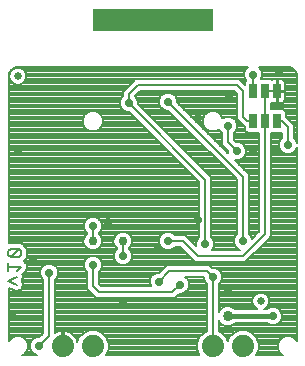
<source format=gbl>
G75*
%MOIN*%
%OFA0B0*%
%FSLAX25Y25*%
%IPPOS*%
%LPD*%
%AMOC8*
5,1,8,0,0,1.08239X$1,22.5*
%
%ADD10C,0.00800*%
%ADD11R,0.40000X0.07500*%
%ADD12R,0.02500X0.05000*%
%ADD13R,0.01600X0.01000*%
%ADD14C,0.07400*%
%ADD15C,0.02500*%
%ADD16C,0.03000*%
%ADD17C,0.03400*%
%ADD18C,0.02900*%
%ADD19C,0.01600*%
D10*
X0130333Y0051568D02*
X0130333Y0069515D01*
X0132882Y0068241D01*
X0134454Y0068765D01*
X0135195Y0070247D01*
X0134677Y0071801D01*
X0135195Y0073356D01*
X0134869Y0074009D01*
X0135265Y0074405D01*
X0135265Y0074405D01*
X0135592Y0074732D01*
X0136437Y0075577D01*
X0136437Y0077234D01*
X0135843Y0077828D01*
X0135314Y0078357D01*
X0135514Y0078558D01*
X0136437Y0079480D01*
X0136437Y0080881D01*
X0136437Y0081018D01*
X0136437Y0081137D01*
X0136437Y0082538D01*
X0136437Y0082538D01*
X0135487Y0083488D01*
X0135265Y0083710D01*
X0134633Y0084342D01*
X0134565Y0084410D01*
X0134565Y0084410D01*
X0134565Y0084410D01*
X0133779Y0084410D01*
X0130333Y0084410D01*
X0130333Y0140000D01*
X0130391Y0140585D01*
X0130839Y0141667D01*
X0131667Y0142494D01*
X0132748Y0142942D01*
X0133333Y0143000D01*
X0210020Y0143000D01*
X0209248Y0142228D01*
X0208783Y0141107D01*
X0208783Y0139893D01*
X0209248Y0138772D01*
X0209420Y0138600D01*
X0208983Y0138163D01*
X0208983Y0137178D01*
X0207162Y0139000D01*
X0172505Y0139000D01*
X0171333Y0137828D01*
X0168333Y0134828D01*
X0168333Y0133313D01*
X0167748Y0132728D01*
X0167283Y0131607D01*
X0167283Y0130393D01*
X0167748Y0129272D01*
X0168606Y0128414D01*
X0169727Y0127950D01*
X0170555Y0127950D01*
X0193833Y0104672D01*
X0193833Y0086313D01*
X0193248Y0085728D01*
X0192783Y0084607D01*
X0192783Y0083393D01*
X0192794Y0083368D01*
X0190333Y0085828D01*
X0189162Y0087000D01*
X0185647Y0087000D01*
X0185061Y0087586D01*
X0183940Y0088050D01*
X0182727Y0088050D01*
X0181606Y0087586D01*
X0180748Y0086728D01*
X0180283Y0085607D01*
X0180283Y0084393D01*
X0180748Y0083272D01*
X0181606Y0082414D01*
X0182727Y0081950D01*
X0183940Y0081950D01*
X0185061Y0082414D01*
X0185647Y0083000D01*
X0187505Y0083000D01*
X0191333Y0079172D01*
X0191333Y0079172D01*
X0192505Y0078000D01*
X0209162Y0078000D01*
X0216662Y0085500D01*
X0217833Y0086672D01*
X0217833Y0120987D01*
X0217833Y0120987D01*
X0217921Y0120900D01*
X0221333Y0120900D01*
X0221333Y0119313D01*
X0220748Y0118728D01*
X0220283Y0117607D01*
X0220283Y0116393D01*
X0220748Y0115272D01*
X0221606Y0114414D01*
X0222727Y0113950D01*
X0223940Y0113950D01*
X0225061Y0114414D01*
X0225919Y0115272D01*
X0226333Y0116273D01*
X0226333Y0051568D01*
X0226192Y0051910D01*
X0225243Y0052858D01*
X0224004Y0053372D01*
X0222663Y0053372D01*
X0221423Y0052858D01*
X0220475Y0051910D01*
X0219962Y0050671D01*
X0219962Y0049329D01*
X0220475Y0048090D01*
X0221423Y0047142D01*
X0221765Y0047000D01*
X0212827Y0047000D01*
X0213633Y0048946D01*
X0213633Y0051054D01*
X0212826Y0053002D01*
X0211336Y0054493D01*
X0209388Y0055300D01*
X0207279Y0055300D01*
X0205331Y0054493D01*
X0203840Y0053002D01*
X0203333Y0051778D01*
X0202826Y0053002D01*
X0201336Y0054493D01*
X0200333Y0054908D01*
X0200333Y0058619D01*
X0200536Y0058131D01*
X0201464Y0057202D01*
X0202677Y0056700D01*
X0203990Y0056700D01*
X0205203Y0057202D01*
X0205600Y0057600D01*
X0216420Y0057600D01*
X0216606Y0057414D01*
X0217727Y0056950D01*
X0218940Y0056950D01*
X0220061Y0057414D01*
X0220919Y0058272D01*
X0221383Y0059393D01*
X0221383Y0060607D01*
X0220919Y0061728D01*
X0220061Y0062586D01*
X0218940Y0063050D01*
X0217727Y0063050D01*
X0216606Y0062586D01*
X0216420Y0062400D01*
X0215504Y0062400D01*
X0215948Y0062584D01*
X0216749Y0063386D01*
X0217183Y0064433D01*
X0217183Y0065567D01*
X0216749Y0066614D01*
X0215948Y0067416D01*
X0214900Y0067850D01*
X0213766Y0067850D01*
X0212719Y0067416D01*
X0211917Y0066614D01*
X0211483Y0065567D01*
X0211483Y0064433D01*
X0211917Y0063386D01*
X0212719Y0062584D01*
X0213163Y0062400D01*
X0205600Y0062400D01*
X0205203Y0062798D01*
X0203990Y0063300D01*
X0202677Y0063300D01*
X0201464Y0062798D01*
X0200536Y0061869D01*
X0200333Y0061381D01*
X0200333Y0070687D01*
X0200919Y0071272D01*
X0201383Y0072393D01*
X0201383Y0073607D01*
X0200919Y0074728D01*
X0200061Y0075586D01*
X0198940Y0076050D01*
X0198112Y0076050D01*
X0197162Y0077000D01*
X0183005Y0077000D01*
X0181833Y0075828D01*
X0180555Y0074550D01*
X0179727Y0074550D01*
X0178606Y0074086D01*
X0177748Y0073228D01*
X0177283Y0072107D01*
X0177283Y0070893D01*
X0177653Y0070000D01*
X0161162Y0070000D01*
X0160333Y0070828D01*
X0160333Y0074687D01*
X0160919Y0075272D01*
X0161383Y0076393D01*
X0161383Y0077607D01*
X0160919Y0078728D01*
X0160061Y0079586D01*
X0158940Y0080050D01*
X0157727Y0080050D01*
X0156606Y0079586D01*
X0155748Y0078728D01*
X0155283Y0077607D01*
X0155283Y0076393D01*
X0155748Y0075272D01*
X0156333Y0074687D01*
X0156333Y0069172D01*
X0159505Y0066000D01*
X0185662Y0066000D01*
X0186833Y0067172D01*
X0187112Y0067450D01*
X0187940Y0067450D01*
X0189061Y0067914D01*
X0189919Y0068772D01*
X0190383Y0069893D01*
X0190383Y0071107D01*
X0189919Y0072228D01*
X0189147Y0073000D01*
X0195283Y0073000D01*
X0195283Y0072393D01*
X0195748Y0071272D01*
X0196333Y0070687D01*
X0196333Y0054908D01*
X0195331Y0054493D01*
X0193840Y0053002D01*
X0193033Y0051054D01*
X0193033Y0048946D01*
X0193839Y0047000D01*
X0162827Y0047000D01*
X0163633Y0048946D01*
X0163633Y0051054D01*
X0162826Y0053002D01*
X0161336Y0054493D01*
X0159388Y0055300D01*
X0157279Y0055300D01*
X0155331Y0054493D01*
X0153840Y0053002D01*
X0153213Y0051487D01*
X0153060Y0051958D01*
X0152695Y0052673D01*
X0152223Y0053322D01*
X0151656Y0053890D01*
X0151006Y0054362D01*
X0150291Y0054726D01*
X0149528Y0054974D01*
X0148735Y0055100D01*
X0148733Y0055100D01*
X0148733Y0050400D01*
X0147933Y0050400D01*
X0147933Y0055100D01*
X0147932Y0055100D01*
X0147139Y0054974D01*
X0146376Y0054726D01*
X0145833Y0054450D01*
X0145833Y0072187D01*
X0146419Y0072772D01*
X0146883Y0073893D01*
X0146883Y0075107D01*
X0146419Y0076228D01*
X0145561Y0077086D01*
X0144440Y0077550D01*
X0143227Y0077550D01*
X0142106Y0077086D01*
X0141248Y0076228D01*
X0140783Y0075107D01*
X0140783Y0073893D01*
X0141248Y0072772D01*
X0141833Y0072187D01*
X0141833Y0054328D01*
X0140555Y0053050D01*
X0139727Y0053050D01*
X0138606Y0052586D01*
X0137748Y0051728D01*
X0137283Y0050607D01*
X0137283Y0049393D01*
X0137748Y0048272D01*
X0138606Y0047414D01*
X0139606Y0047000D01*
X0134901Y0047000D01*
X0135243Y0047142D01*
X0136192Y0048090D01*
X0136705Y0049329D01*
X0136705Y0050671D01*
X0136192Y0051910D01*
X0135243Y0052858D01*
X0134004Y0053372D01*
X0132663Y0053372D01*
X0131423Y0052858D01*
X0130475Y0051910D01*
X0130333Y0051568D01*
X0130333Y0052187D02*
X0130752Y0052187D01*
X0130333Y0052985D02*
X0131730Y0052985D01*
X0130333Y0053784D02*
X0141289Y0053784D01*
X0141833Y0054582D02*
X0130333Y0054582D01*
X0130333Y0055381D02*
X0141833Y0055381D01*
X0141833Y0056179D02*
X0130333Y0056179D01*
X0130333Y0056978D02*
X0141833Y0056978D01*
X0141833Y0057776D02*
X0130333Y0057776D01*
X0130333Y0058575D02*
X0141833Y0058575D01*
X0141833Y0059373D02*
X0130333Y0059373D01*
X0130333Y0060172D02*
X0141833Y0060172D01*
X0141833Y0060970D02*
X0130333Y0060970D01*
X0130333Y0061769D02*
X0141833Y0061769D01*
X0141833Y0062567D02*
X0130333Y0062567D01*
X0130333Y0063366D02*
X0141833Y0063366D01*
X0141833Y0064164D02*
X0130333Y0064164D01*
X0130333Y0064963D02*
X0141833Y0064963D01*
X0141833Y0065761D02*
X0130333Y0065761D01*
X0130333Y0066560D02*
X0141833Y0066560D01*
X0141833Y0067358D02*
X0130333Y0067358D01*
X0130333Y0068157D02*
X0141833Y0068157D01*
X0141833Y0068955D02*
X0134549Y0068955D01*
X0134949Y0069754D02*
X0141833Y0069754D01*
X0141833Y0070552D02*
X0135093Y0070552D01*
X0134827Y0071351D02*
X0141833Y0071351D01*
X0141833Y0072149D02*
X0134793Y0072149D01*
X0135059Y0072948D02*
X0141175Y0072948D01*
X0140844Y0073746D02*
X0135000Y0073746D01*
X0135405Y0074545D02*
X0140783Y0074545D01*
X0140881Y0075343D02*
X0136204Y0075343D01*
X0136437Y0076142D02*
X0141212Y0076142D01*
X0141960Y0076940D02*
X0136437Y0076940D01*
X0135931Y0077739D02*
X0155338Y0077739D01*
X0155283Y0076940D02*
X0145706Y0076940D01*
X0146455Y0076142D02*
X0155387Y0076142D01*
X0155718Y0075343D02*
X0146785Y0075343D01*
X0146883Y0074545D02*
X0156333Y0074545D01*
X0156333Y0073746D02*
X0146822Y0073746D01*
X0146492Y0072948D02*
X0156333Y0072948D01*
X0156333Y0072149D02*
X0145833Y0072149D01*
X0145833Y0071351D02*
X0156333Y0071351D01*
X0156333Y0070552D02*
X0145833Y0070552D01*
X0145833Y0069754D02*
X0156333Y0069754D01*
X0156550Y0068955D02*
X0145833Y0068955D01*
X0145833Y0068157D02*
X0157348Y0068157D01*
X0158147Y0067358D02*
X0145833Y0067358D01*
X0145833Y0066560D02*
X0158945Y0066560D01*
X0160333Y0068000D02*
X0158333Y0070000D01*
X0158333Y0077000D01*
X0161383Y0076940D02*
X0182945Y0076940D01*
X0182147Y0076142D02*
X0161279Y0076142D01*
X0160948Y0075343D02*
X0181348Y0075343D01*
X0179714Y0074545D02*
X0160333Y0074545D01*
X0160333Y0073746D02*
X0178266Y0073746D01*
X0177632Y0072948D02*
X0160333Y0072948D01*
X0160333Y0072149D02*
X0177301Y0072149D01*
X0177283Y0071351D02*
X0160333Y0071351D01*
X0160609Y0070552D02*
X0177425Y0070552D01*
X0180333Y0071500D02*
X0183833Y0075000D01*
X0196333Y0075000D01*
X0198333Y0073000D01*
X0198333Y0050000D01*
X0194622Y0053784D02*
X0162045Y0053784D01*
X0162834Y0052985D02*
X0193833Y0052985D01*
X0193502Y0052187D02*
X0163164Y0052187D01*
X0163495Y0051388D02*
X0193172Y0051388D01*
X0193033Y0050590D02*
X0163633Y0050590D01*
X0163633Y0049791D02*
X0193033Y0049791D01*
X0193033Y0048993D02*
X0163633Y0048993D01*
X0163322Y0048194D02*
X0193345Y0048194D01*
X0193675Y0047396D02*
X0162991Y0047396D01*
X0154622Y0053784D02*
X0151762Y0053784D01*
X0152468Y0052985D02*
X0153833Y0052985D01*
X0153502Y0052187D02*
X0152943Y0052187D01*
X0150574Y0054582D02*
X0155546Y0054582D01*
X0161121Y0054582D02*
X0195546Y0054582D01*
X0196333Y0055381D02*
X0145833Y0055381D01*
X0145833Y0056179D02*
X0196333Y0056179D01*
X0196333Y0056978D02*
X0145833Y0056978D01*
X0145833Y0057776D02*
X0196333Y0057776D01*
X0196333Y0058575D02*
X0145833Y0058575D01*
X0145833Y0059373D02*
X0196333Y0059373D01*
X0196333Y0060172D02*
X0145833Y0060172D01*
X0145833Y0060970D02*
X0196333Y0060970D01*
X0196333Y0061769D02*
X0145833Y0061769D01*
X0145833Y0062567D02*
X0196333Y0062567D01*
X0196333Y0063366D02*
X0145833Y0063366D01*
X0145833Y0064164D02*
X0196333Y0064164D01*
X0196333Y0064963D02*
X0145833Y0064963D01*
X0145833Y0065761D02*
X0196333Y0065761D01*
X0196333Y0066560D02*
X0186222Y0066560D01*
X0187020Y0067358D02*
X0196333Y0067358D01*
X0196333Y0068157D02*
X0189304Y0068157D01*
X0189995Y0068955D02*
X0196333Y0068955D01*
X0196333Y0069754D02*
X0190326Y0069754D01*
X0190383Y0070552D02*
X0196333Y0070552D01*
X0195715Y0071351D02*
X0190282Y0071351D01*
X0189951Y0072149D02*
X0195384Y0072149D01*
X0195283Y0072948D02*
X0189199Y0072948D01*
X0187333Y0070500D02*
X0184833Y0068000D01*
X0160333Y0068000D01*
X0161329Y0077739D02*
X0166281Y0077739D01*
X0166606Y0077414D02*
X0167727Y0076950D01*
X0168940Y0076950D01*
X0170061Y0077414D01*
X0170919Y0078272D01*
X0171383Y0079393D01*
X0171383Y0080607D01*
X0170919Y0081728D01*
X0170333Y0082313D01*
X0170333Y0082616D01*
X0170961Y0083244D01*
X0171433Y0084383D01*
X0171433Y0085617D01*
X0170961Y0086756D01*
X0170089Y0087628D01*
X0168950Y0088100D01*
X0167717Y0088100D01*
X0166577Y0087628D01*
X0165705Y0086756D01*
X0165233Y0085617D01*
X0165233Y0084383D01*
X0165705Y0083244D01*
X0166333Y0082616D01*
X0166333Y0082313D01*
X0165748Y0081728D01*
X0165283Y0080607D01*
X0165283Y0079393D01*
X0165748Y0078272D01*
X0166606Y0077414D01*
X0165638Y0078537D02*
X0160998Y0078537D01*
X0160311Y0079336D02*
X0165307Y0079336D01*
X0165283Y0080134D02*
X0136437Y0080134D01*
X0136437Y0079480D02*
X0136437Y0079480D01*
X0136437Y0079480D01*
X0136293Y0079336D02*
X0156356Y0079336D01*
X0155669Y0078537D02*
X0135494Y0078537D01*
X0133736Y0079608D02*
X0130934Y0079608D01*
X0133736Y0082410D01*
X0130934Y0082410D01*
X0130233Y0081710D01*
X0130233Y0080308D01*
X0130934Y0079608D01*
X0130233Y0077806D02*
X0130233Y0075004D01*
X0130233Y0076405D02*
X0134437Y0076405D01*
X0133036Y0075004D01*
X0133036Y0073202D02*
X0130233Y0071801D01*
X0133036Y0070400D01*
X0131453Y0068955D02*
X0130333Y0068955D01*
X0143833Y0074500D02*
X0143833Y0053500D01*
X0140333Y0050000D01*
X0138207Y0052187D02*
X0135915Y0052187D01*
X0136408Y0051388D02*
X0137607Y0051388D01*
X0137283Y0050590D02*
X0136705Y0050590D01*
X0136705Y0049791D02*
X0137283Y0049791D01*
X0137449Y0048993D02*
X0136565Y0048993D01*
X0136235Y0048194D02*
X0137826Y0048194D01*
X0138651Y0047396D02*
X0135497Y0047396D01*
X0134937Y0052985D02*
X0139570Y0052985D01*
X0145833Y0054582D02*
X0146093Y0054582D01*
X0147933Y0054582D02*
X0148733Y0054582D01*
X0148733Y0053784D02*
X0147933Y0053784D01*
X0147933Y0052985D02*
X0148733Y0052985D01*
X0148733Y0052187D02*
X0147933Y0052187D01*
X0147933Y0051388D02*
X0148733Y0051388D01*
X0148733Y0050590D02*
X0147933Y0050590D01*
X0170386Y0077739D02*
X0226333Y0077739D01*
X0226333Y0078537D02*
X0209699Y0078537D01*
X0210498Y0079336D02*
X0226333Y0079336D01*
X0226333Y0080134D02*
X0211296Y0080134D01*
X0212095Y0080933D02*
X0226333Y0080933D01*
X0226333Y0081732D02*
X0212893Y0081732D01*
X0213692Y0082530D02*
X0226333Y0082530D01*
X0226333Y0083329D02*
X0214490Y0083329D01*
X0215289Y0084127D02*
X0226333Y0084127D01*
X0226333Y0084926D02*
X0216087Y0084926D01*
X0216886Y0085724D02*
X0226333Y0085724D01*
X0226333Y0086523D02*
X0217684Y0086523D01*
X0217833Y0087321D02*
X0226333Y0087321D01*
X0226333Y0088120D02*
X0217833Y0088120D01*
X0217833Y0088918D02*
X0226333Y0088918D01*
X0226333Y0089717D02*
X0217833Y0089717D01*
X0217833Y0090515D02*
X0226333Y0090515D01*
X0226333Y0091314D02*
X0217833Y0091314D01*
X0217833Y0092112D02*
X0226333Y0092112D01*
X0226333Y0092911D02*
X0217833Y0092911D01*
X0217833Y0093709D02*
X0226333Y0093709D01*
X0226333Y0094508D02*
X0217833Y0094508D01*
X0217833Y0095306D02*
X0226333Y0095306D01*
X0226333Y0096105D02*
X0217833Y0096105D01*
X0217833Y0096903D02*
X0226333Y0096903D01*
X0226333Y0097702D02*
X0217833Y0097702D01*
X0217833Y0098500D02*
X0226333Y0098500D01*
X0226333Y0099299D02*
X0217833Y0099299D01*
X0217833Y0100097D02*
X0226333Y0100097D01*
X0226333Y0100896D02*
X0217833Y0100896D01*
X0217833Y0101694D02*
X0226333Y0101694D01*
X0226333Y0102493D02*
X0217833Y0102493D01*
X0217833Y0103291D02*
X0226333Y0103291D01*
X0226333Y0104090D02*
X0217833Y0104090D01*
X0217833Y0104888D02*
X0226333Y0104888D01*
X0226333Y0105687D02*
X0217833Y0105687D01*
X0217833Y0106485D02*
X0226333Y0106485D01*
X0226333Y0107284D02*
X0217833Y0107284D01*
X0217833Y0108082D02*
X0226333Y0108082D01*
X0226333Y0108881D02*
X0217833Y0108881D01*
X0217833Y0109679D02*
X0226333Y0109679D01*
X0226333Y0110478D02*
X0217833Y0110478D01*
X0217833Y0111276D02*
X0226333Y0111276D01*
X0226333Y0112075D02*
X0217833Y0112075D01*
X0217833Y0112873D02*
X0226333Y0112873D01*
X0226333Y0113672D02*
X0217833Y0113672D01*
X0217833Y0114470D02*
X0221549Y0114470D01*
X0220751Y0115269D02*
X0217833Y0115269D01*
X0217833Y0116068D02*
X0220418Y0116068D01*
X0220283Y0116866D02*
X0217833Y0116866D01*
X0217833Y0117665D02*
X0220307Y0117665D01*
X0220638Y0118463D02*
X0217833Y0118463D01*
X0217833Y0119262D02*
X0221282Y0119262D01*
X0221333Y0120060D02*
X0217833Y0120060D01*
X0217833Y0120859D02*
X0221333Y0120859D01*
X0223333Y0123000D02*
X0221333Y0125000D01*
X0219833Y0125000D01*
X0222683Y0126478D02*
X0223333Y0125828D01*
X0225333Y0123828D01*
X0225333Y0119313D01*
X0225919Y0118728D01*
X0226333Y0117727D01*
X0226333Y0140000D01*
X0226276Y0140585D01*
X0225828Y0141667D01*
X0225000Y0142494D01*
X0223919Y0142942D01*
X0223333Y0143000D01*
X0213647Y0143000D01*
X0214419Y0142228D01*
X0214883Y0141107D01*
X0214883Y0139893D01*
X0214555Y0139100D01*
X0217746Y0139100D01*
X0218042Y0138804D01*
X0218043Y0138805D01*
X0218399Y0138900D01*
X0219608Y0138900D01*
X0219608Y0136788D01*
X0220058Y0136338D01*
X0220058Y0138900D01*
X0221268Y0138900D01*
X0221624Y0138805D01*
X0221943Y0138620D01*
X0222204Y0138360D01*
X0222388Y0138040D01*
X0222483Y0137684D01*
X0222483Y0135225D01*
X0220233Y0135225D01*
X0220233Y0134775D01*
X0222483Y0134775D01*
X0222483Y0132316D01*
X0222388Y0131960D01*
X0222204Y0131640D01*
X0221943Y0131380D01*
X0221624Y0131195D01*
X0221268Y0131100D01*
X0220058Y0131100D01*
X0220058Y0133662D01*
X0219608Y0133212D01*
X0219608Y0131100D01*
X0218399Y0131100D01*
X0218043Y0131195D01*
X0218042Y0131196D01*
X0217833Y0130987D01*
X0217833Y0129013D01*
X0217833Y0129013D01*
X0217921Y0129100D01*
X0221746Y0129100D01*
X0222683Y0128163D01*
X0222683Y0126478D01*
X0222714Y0126448D02*
X0226333Y0126448D01*
X0226333Y0125650D02*
X0223512Y0125650D01*
X0224311Y0124851D02*
X0226333Y0124851D01*
X0226333Y0124053D02*
X0225109Y0124053D01*
X0225333Y0123254D02*
X0226333Y0123254D01*
X0226333Y0122456D02*
X0225333Y0122456D01*
X0225333Y0121657D02*
X0226333Y0121657D01*
X0226333Y0120859D02*
X0225333Y0120859D01*
X0225333Y0120060D02*
X0226333Y0120060D01*
X0226333Y0119262D02*
X0225385Y0119262D01*
X0226029Y0118463D02*
X0226333Y0118463D01*
X0226333Y0116068D02*
X0226248Y0116068D01*
X0226333Y0115269D02*
X0225916Y0115269D01*
X0226333Y0114470D02*
X0225117Y0114470D01*
X0223333Y0117000D02*
X0223333Y0123000D01*
X0215833Y0125000D02*
X0215833Y0087500D01*
X0208333Y0080000D01*
X0193333Y0080000D01*
X0188333Y0085000D01*
X0183333Y0085000D01*
X0180283Y0084926D02*
X0171433Y0084926D01*
X0171389Y0085724D02*
X0180332Y0085724D01*
X0180663Y0086523D02*
X0171058Y0086523D01*
X0170396Y0087321D02*
X0181341Y0087321D01*
X0180394Y0084127D02*
X0171327Y0084127D01*
X0170996Y0083329D02*
X0180724Y0083329D01*
X0181490Y0082530D02*
X0170333Y0082530D01*
X0170915Y0081732D02*
X0188773Y0081732D01*
X0187975Y0082530D02*
X0185177Y0082530D01*
X0189572Y0080933D02*
X0171248Y0080933D01*
X0171383Y0080134D02*
X0190370Y0080134D01*
X0191169Y0079336D02*
X0171360Y0079336D01*
X0171029Y0078537D02*
X0191967Y0078537D01*
X0197221Y0076940D02*
X0226333Y0076940D01*
X0226333Y0076142D02*
X0198020Y0076142D01*
X0200303Y0075343D02*
X0226333Y0075343D01*
X0226333Y0074545D02*
X0200995Y0074545D01*
X0201325Y0073746D02*
X0226333Y0073746D01*
X0226333Y0072948D02*
X0201383Y0072948D01*
X0201282Y0072149D02*
X0226333Y0072149D01*
X0226333Y0071351D02*
X0200952Y0071351D01*
X0200333Y0070552D02*
X0226333Y0070552D01*
X0226333Y0069754D02*
X0200333Y0069754D01*
X0200333Y0068955D02*
X0226333Y0068955D01*
X0226333Y0068157D02*
X0200333Y0068157D01*
X0200333Y0067358D02*
X0212661Y0067358D01*
X0211895Y0066560D02*
X0200333Y0066560D01*
X0200333Y0065761D02*
X0211564Y0065761D01*
X0211483Y0064963D02*
X0200333Y0064963D01*
X0200333Y0064164D02*
X0211595Y0064164D01*
X0211937Y0063366D02*
X0200333Y0063366D01*
X0200333Y0062567D02*
X0201234Y0062567D01*
X0200494Y0061769D02*
X0200333Y0061769D01*
X0205433Y0062567D02*
X0212759Y0062567D01*
X0215908Y0062567D02*
X0216587Y0062567D01*
X0216730Y0063366D02*
X0226333Y0063366D01*
X0226333Y0064164D02*
X0217072Y0064164D01*
X0217183Y0064963D02*
X0226333Y0064963D01*
X0226333Y0065761D02*
X0217103Y0065761D01*
X0216772Y0066560D02*
X0226333Y0066560D01*
X0226333Y0067358D02*
X0216005Y0067358D01*
X0220079Y0062567D02*
X0226333Y0062567D01*
X0226333Y0061769D02*
X0220878Y0061769D01*
X0221233Y0060970D02*
X0226333Y0060970D01*
X0226333Y0060172D02*
X0221383Y0060172D01*
X0221375Y0059373D02*
X0226333Y0059373D01*
X0226333Y0058575D02*
X0221044Y0058575D01*
X0220423Y0057776D02*
X0226333Y0057776D01*
X0226333Y0056978D02*
X0219007Y0056978D01*
X0217660Y0056978D02*
X0204660Y0056978D01*
X0205546Y0054582D02*
X0201121Y0054582D01*
X0200333Y0055381D02*
X0226333Y0055381D01*
X0226333Y0056179D02*
X0200333Y0056179D01*
X0200333Y0056978D02*
X0202007Y0056978D01*
X0200890Y0057776D02*
X0200333Y0057776D01*
X0200333Y0058575D02*
X0200352Y0058575D01*
X0202045Y0053784D02*
X0204622Y0053784D01*
X0203833Y0052985D02*
X0202834Y0052985D01*
X0203164Y0052187D02*
X0203502Y0052187D01*
X0211121Y0054582D02*
X0226333Y0054582D01*
X0226333Y0053784D02*
X0212045Y0053784D01*
X0212834Y0052985D02*
X0221730Y0052985D01*
X0220752Y0052187D02*
X0213164Y0052187D01*
X0213495Y0051388D02*
X0220259Y0051388D01*
X0219962Y0050590D02*
X0213633Y0050590D01*
X0213633Y0049791D02*
X0219962Y0049791D01*
X0220101Y0048993D02*
X0213633Y0048993D01*
X0213322Y0048194D02*
X0220432Y0048194D01*
X0221170Y0047396D02*
X0212991Y0047396D01*
X0224937Y0052985D02*
X0226333Y0052985D01*
X0226333Y0052187D02*
X0225915Y0052187D01*
X0207505Y0082000D02*
X0198147Y0082000D01*
X0198419Y0082272D01*
X0198883Y0083393D01*
X0198883Y0084607D01*
X0198419Y0085728D01*
X0197833Y0086313D01*
X0197833Y0106328D01*
X0196662Y0107500D01*
X0173383Y0130778D01*
X0173383Y0131607D01*
X0172919Y0132728D01*
X0172404Y0133242D01*
X0174162Y0135000D01*
X0205505Y0135000D01*
X0206333Y0134172D01*
X0206333Y0125672D01*
X0208983Y0123022D01*
X0208983Y0121837D01*
X0209921Y0120900D01*
X0213746Y0120900D01*
X0213833Y0120987D01*
X0213833Y0088328D01*
X0211304Y0085799D01*
X0210919Y0086728D01*
X0210333Y0087313D01*
X0210333Y0107328D01*
X0205701Y0111961D01*
X0205727Y0111950D01*
X0206940Y0111950D01*
X0208061Y0112414D01*
X0208919Y0113272D01*
X0209383Y0114393D01*
X0209383Y0115607D01*
X0208919Y0116728D01*
X0208061Y0117586D01*
X0206940Y0118050D01*
X0206112Y0118050D01*
X0205333Y0118828D01*
X0205333Y0121187D01*
X0205919Y0121772D01*
X0206383Y0122893D01*
X0206383Y0124107D01*
X0205919Y0125228D01*
X0205061Y0126086D01*
X0203940Y0126550D01*
X0202727Y0126550D01*
X0201606Y0126086D01*
X0201554Y0126034D01*
X0201192Y0126910D01*
X0200243Y0127858D01*
X0199004Y0128372D01*
X0197663Y0128372D01*
X0196423Y0127858D01*
X0195475Y0126910D01*
X0194962Y0125671D01*
X0194962Y0124329D01*
X0195475Y0123090D01*
X0196423Y0122142D01*
X0197663Y0121628D01*
X0199004Y0121628D01*
X0200243Y0122142D01*
X0200492Y0122390D01*
X0200748Y0121772D01*
X0201333Y0121187D01*
X0201333Y0117172D01*
X0202505Y0116000D01*
X0203283Y0115222D01*
X0203283Y0114393D01*
X0203294Y0114368D01*
X0186383Y0131278D01*
X0186383Y0132107D01*
X0185919Y0133228D01*
X0185061Y0134086D01*
X0183940Y0134550D01*
X0182727Y0134550D01*
X0181606Y0134086D01*
X0180748Y0133228D01*
X0180283Y0132107D01*
X0180283Y0130893D01*
X0180748Y0129772D01*
X0181606Y0128914D01*
X0182727Y0128450D01*
X0183555Y0128450D01*
X0206333Y0105672D01*
X0206333Y0087313D01*
X0205748Y0086728D01*
X0205283Y0085607D01*
X0205283Y0084393D01*
X0205748Y0083272D01*
X0206606Y0082414D01*
X0207535Y0082030D01*
X0207505Y0082000D01*
X0206490Y0082530D02*
X0198526Y0082530D01*
X0198856Y0083329D02*
X0205724Y0083329D01*
X0205394Y0084127D02*
X0198883Y0084127D01*
X0198751Y0084926D02*
X0205283Y0084926D01*
X0205332Y0085724D02*
X0198420Y0085724D01*
X0197833Y0086523D02*
X0205663Y0086523D01*
X0206333Y0087321D02*
X0197833Y0087321D01*
X0197833Y0088120D02*
X0206333Y0088120D01*
X0206333Y0088918D02*
X0197833Y0088918D01*
X0197833Y0089717D02*
X0206333Y0089717D01*
X0206333Y0090515D02*
X0197833Y0090515D01*
X0197833Y0091314D02*
X0206333Y0091314D01*
X0206333Y0092112D02*
X0197833Y0092112D01*
X0197833Y0092911D02*
X0206333Y0092911D01*
X0206333Y0093709D02*
X0197833Y0093709D01*
X0197833Y0094508D02*
X0206333Y0094508D01*
X0206333Y0095306D02*
X0197833Y0095306D01*
X0197833Y0096105D02*
X0206333Y0096105D01*
X0206333Y0096903D02*
X0197833Y0096903D01*
X0197833Y0097702D02*
X0206333Y0097702D01*
X0206333Y0098500D02*
X0197833Y0098500D01*
X0197833Y0099299D02*
X0206333Y0099299D01*
X0206333Y0100097D02*
X0197833Y0100097D01*
X0197833Y0100896D02*
X0206333Y0100896D01*
X0206333Y0101694D02*
X0197833Y0101694D01*
X0197833Y0102493D02*
X0206333Y0102493D01*
X0206333Y0103291D02*
X0197833Y0103291D01*
X0197833Y0104090D02*
X0206333Y0104090D01*
X0206333Y0104888D02*
X0197833Y0104888D01*
X0197833Y0105687D02*
X0206318Y0105687D01*
X0205520Y0106485D02*
X0197676Y0106485D01*
X0196878Y0107284D02*
X0204721Y0107284D01*
X0203923Y0108082D02*
X0196079Y0108082D01*
X0195281Y0108881D02*
X0203124Y0108881D01*
X0202325Y0109679D02*
X0194482Y0109679D01*
X0193684Y0110478D02*
X0201527Y0110478D01*
X0200728Y0111276D02*
X0192885Y0111276D01*
X0192087Y0112075D02*
X0199930Y0112075D01*
X0199131Y0112873D02*
X0191288Y0112873D01*
X0190490Y0113672D02*
X0198333Y0113672D01*
X0197534Y0114470D02*
X0189691Y0114470D01*
X0188893Y0115269D02*
X0196736Y0115269D01*
X0195937Y0116068D02*
X0188094Y0116068D01*
X0187296Y0116866D02*
X0195139Y0116866D01*
X0194340Y0117665D02*
X0186497Y0117665D01*
X0185699Y0118463D02*
X0193542Y0118463D01*
X0192743Y0119262D02*
X0184900Y0119262D01*
X0184102Y0120060D02*
X0191945Y0120060D01*
X0191146Y0120859D02*
X0183303Y0120859D01*
X0182505Y0121657D02*
X0190348Y0121657D01*
X0189549Y0122456D02*
X0181706Y0122456D01*
X0180908Y0123254D02*
X0188751Y0123254D01*
X0187952Y0124053D02*
X0180109Y0124053D01*
X0179311Y0124851D02*
X0187154Y0124851D01*
X0186355Y0125650D02*
X0178512Y0125650D01*
X0177714Y0126448D02*
X0185557Y0126448D01*
X0184758Y0127247D02*
X0176915Y0127247D01*
X0176117Y0128045D02*
X0183960Y0128045D01*
X0181776Y0128844D02*
X0175318Y0128844D01*
X0174520Y0129642D02*
X0180878Y0129642D01*
X0180471Y0130441D02*
X0173721Y0130441D01*
X0173383Y0131239D02*
X0180283Y0131239D01*
X0180283Y0132038D02*
X0173205Y0132038D01*
X0172810Y0132836D02*
X0180586Y0132836D01*
X0181155Y0133635D02*
X0172796Y0133635D01*
X0173595Y0134433D02*
X0182445Y0134433D01*
X0184222Y0134433D02*
X0206072Y0134433D01*
X0206333Y0133635D02*
X0185512Y0133635D01*
X0186081Y0132836D02*
X0206333Y0132836D01*
X0206333Y0132038D02*
X0186383Y0132038D01*
X0186423Y0131239D02*
X0206333Y0131239D01*
X0206333Y0130441D02*
X0187221Y0130441D01*
X0188020Y0129642D02*
X0206333Y0129642D01*
X0206333Y0128844D02*
X0188818Y0128844D01*
X0189617Y0128045D02*
X0196875Y0128045D01*
X0195812Y0127247D02*
X0190415Y0127247D01*
X0191214Y0126448D02*
X0195284Y0126448D01*
X0194962Y0125650D02*
X0192012Y0125650D01*
X0192811Y0124851D02*
X0194962Y0124851D01*
X0195076Y0124053D02*
X0193609Y0124053D01*
X0194408Y0123254D02*
X0195407Y0123254D01*
X0195206Y0122456D02*
X0196109Y0122456D01*
X0196005Y0121657D02*
X0197593Y0121657D01*
X0196803Y0120859D02*
X0201333Y0120859D01*
X0201333Y0120060D02*
X0197602Y0120060D01*
X0198400Y0119262D02*
X0201333Y0119262D01*
X0201333Y0118463D02*
X0199199Y0118463D01*
X0199997Y0117665D02*
X0201333Y0117665D01*
X0201639Y0116866D02*
X0200796Y0116866D01*
X0201594Y0116068D02*
X0202437Y0116068D01*
X0202393Y0115269D02*
X0203236Y0115269D01*
X0203191Y0114470D02*
X0203283Y0114470D01*
X0206333Y0115000D02*
X0203333Y0118000D01*
X0203333Y0123500D01*
X0205497Y0125650D02*
X0206355Y0125650D01*
X0206333Y0126448D02*
X0204186Y0126448D01*
X0202481Y0126448D02*
X0201383Y0126448D01*
X0200855Y0127247D02*
X0206333Y0127247D01*
X0206333Y0128045D02*
X0199792Y0128045D01*
X0206075Y0124851D02*
X0207154Y0124851D01*
X0206383Y0124053D02*
X0207952Y0124053D01*
X0208751Y0123254D02*
X0206383Y0123254D01*
X0206202Y0122456D02*
X0208983Y0122456D01*
X0209163Y0121657D02*
X0205804Y0121657D01*
X0205333Y0120859D02*
X0213833Y0120859D01*
X0213833Y0120060D02*
X0205333Y0120060D01*
X0205333Y0119262D02*
X0213833Y0119262D01*
X0213833Y0118463D02*
X0205699Y0118463D01*
X0207871Y0117665D02*
X0213833Y0117665D01*
X0213833Y0116866D02*
X0208781Y0116866D01*
X0209192Y0116068D02*
X0213833Y0116068D01*
X0213833Y0115269D02*
X0209383Y0115269D01*
X0209383Y0114470D02*
X0213833Y0114470D01*
X0213833Y0113672D02*
X0209085Y0113672D01*
X0208520Y0112873D02*
X0213833Y0112873D01*
X0213833Y0112075D02*
X0207242Y0112075D01*
X0206385Y0111276D02*
X0213833Y0111276D01*
X0213833Y0110478D02*
X0207184Y0110478D01*
X0207982Y0109679D02*
X0213833Y0109679D01*
X0213833Y0108881D02*
X0208781Y0108881D01*
X0209579Y0108082D02*
X0213833Y0108082D01*
X0213833Y0107284D02*
X0210333Y0107284D01*
X0210333Y0106485D02*
X0213833Y0106485D01*
X0213833Y0105687D02*
X0210333Y0105687D01*
X0210333Y0104888D02*
X0213833Y0104888D01*
X0213833Y0104090D02*
X0210333Y0104090D01*
X0210333Y0103291D02*
X0213833Y0103291D01*
X0213833Y0102493D02*
X0210333Y0102493D01*
X0210333Y0101694D02*
X0213833Y0101694D01*
X0213833Y0100896D02*
X0210333Y0100896D01*
X0210333Y0100097D02*
X0213833Y0100097D01*
X0213833Y0099299D02*
X0210333Y0099299D01*
X0210333Y0098500D02*
X0213833Y0098500D01*
X0213833Y0097702D02*
X0210333Y0097702D01*
X0210333Y0096903D02*
X0213833Y0096903D01*
X0213833Y0096105D02*
X0210333Y0096105D01*
X0210333Y0095306D02*
X0213833Y0095306D01*
X0213833Y0094508D02*
X0210333Y0094508D01*
X0210333Y0093709D02*
X0213833Y0093709D01*
X0213833Y0092911D02*
X0210333Y0092911D01*
X0210333Y0092112D02*
X0213833Y0092112D01*
X0213833Y0091314D02*
X0210333Y0091314D01*
X0210333Y0090515D02*
X0213833Y0090515D01*
X0213833Y0089717D02*
X0210333Y0089717D01*
X0210333Y0088918D02*
X0213833Y0088918D01*
X0213625Y0088120D02*
X0210333Y0088120D01*
X0210333Y0087321D02*
X0212826Y0087321D01*
X0212028Y0086523D02*
X0211004Y0086523D01*
X0208333Y0085000D02*
X0208333Y0106500D01*
X0183333Y0131500D01*
X0173333Y0137000D02*
X0206333Y0137000D01*
X0208333Y0135000D01*
X0208333Y0126500D01*
X0209833Y0125000D01*
X0211833Y0125000D01*
X0215833Y0125000D02*
X0215833Y0135000D01*
X0211833Y0135000D02*
X0211833Y0140500D01*
X0208996Y0141620D02*
X0135744Y0141620D01*
X0135749Y0141614D02*
X0134948Y0142416D01*
X0133900Y0142850D01*
X0132766Y0142850D01*
X0131719Y0142416D01*
X0130917Y0141614D01*
X0130483Y0140567D01*
X0130483Y0139433D01*
X0130917Y0138386D01*
X0131719Y0137584D01*
X0132766Y0137150D01*
X0133900Y0137150D01*
X0134948Y0137584D01*
X0135749Y0138386D01*
X0136183Y0139433D01*
X0136183Y0140567D01*
X0135749Y0141614D01*
X0136078Y0140821D02*
X0208783Y0140821D01*
X0208783Y0140023D02*
X0136183Y0140023D01*
X0136097Y0139224D02*
X0209060Y0139224D01*
X0209246Y0138426D02*
X0207736Y0138426D01*
X0208534Y0137627D02*
X0208983Y0137627D01*
X0214606Y0139224D02*
X0226333Y0139224D01*
X0226333Y0138426D02*
X0222137Y0138426D01*
X0222483Y0137627D02*
X0226333Y0137627D01*
X0226333Y0136829D02*
X0222483Y0136829D01*
X0222483Y0136030D02*
X0226333Y0136030D01*
X0226333Y0135232D02*
X0222483Y0135232D01*
X0222483Y0134433D02*
X0226333Y0134433D01*
X0226333Y0133635D02*
X0222483Y0133635D01*
X0222483Y0132836D02*
X0226333Y0132836D01*
X0226333Y0132038D02*
X0222409Y0132038D01*
X0221700Y0131239D02*
X0226333Y0131239D01*
X0226333Y0130441D02*
X0217833Y0130441D01*
X0217833Y0129642D02*
X0226333Y0129642D01*
X0226333Y0128844D02*
X0222002Y0128844D01*
X0222683Y0128045D02*
X0226333Y0128045D01*
X0226333Y0127247D02*
X0222683Y0127247D01*
X0220058Y0131239D02*
X0219608Y0131239D01*
X0219608Y0132038D02*
X0220058Y0132038D01*
X0220058Y0132836D02*
X0219608Y0132836D01*
X0220031Y0133635D02*
X0220058Y0133635D01*
X0220058Y0136829D02*
X0219608Y0136829D01*
X0219608Y0137627D02*
X0220058Y0137627D01*
X0220058Y0138426D02*
X0219608Y0138426D01*
X0214883Y0140023D02*
X0226331Y0140023D01*
X0226178Y0140821D02*
X0214883Y0140821D01*
X0214671Y0141620D02*
X0225847Y0141620D01*
X0225076Y0142418D02*
X0214228Y0142418D01*
X0209438Y0142418D02*
X0134942Y0142418D01*
X0131724Y0142418D02*
X0131591Y0142418D01*
X0130923Y0141620D02*
X0130820Y0141620D01*
X0130589Y0140821D02*
X0130489Y0140821D01*
X0130483Y0140023D02*
X0130336Y0140023D01*
X0130333Y0139224D02*
X0130570Y0139224D01*
X0130333Y0138426D02*
X0130901Y0138426D01*
X0130333Y0137627D02*
X0131676Y0137627D01*
X0130333Y0136829D02*
X0170334Y0136829D01*
X0171132Y0137627D02*
X0134991Y0137627D01*
X0135766Y0138426D02*
X0171931Y0138426D01*
X0173333Y0137000D02*
X0170333Y0134000D01*
X0170333Y0131000D01*
X0195833Y0105500D01*
X0195833Y0084000D01*
X0192783Y0084127D02*
X0192035Y0084127D01*
X0191236Y0084926D02*
X0192915Y0084926D01*
X0193246Y0085724D02*
X0190438Y0085724D01*
X0190333Y0085828D02*
X0190333Y0085828D01*
X0189639Y0086523D02*
X0193833Y0086523D01*
X0193833Y0087321D02*
X0185326Y0087321D01*
X0193833Y0088120D02*
X0160766Y0088120D01*
X0160919Y0088272D02*
X0161383Y0089393D01*
X0161383Y0090607D01*
X0160919Y0091728D01*
X0160061Y0092586D01*
X0158940Y0093050D01*
X0157727Y0093050D01*
X0156606Y0092586D01*
X0155748Y0091728D01*
X0155283Y0090607D01*
X0155283Y0089393D01*
X0155748Y0088272D01*
X0156333Y0087687D01*
X0156333Y0087384D01*
X0155705Y0086756D01*
X0155233Y0085617D01*
X0155233Y0084383D01*
X0155705Y0083244D01*
X0156577Y0082372D01*
X0157717Y0081900D01*
X0158950Y0081900D01*
X0160089Y0082372D01*
X0160961Y0083244D01*
X0161433Y0084383D01*
X0161433Y0085617D01*
X0160961Y0086756D01*
X0160333Y0087384D01*
X0160333Y0087687D01*
X0160919Y0088272D01*
X0161186Y0088918D02*
X0193833Y0088918D01*
X0193833Y0089717D02*
X0161383Y0089717D01*
X0161383Y0090515D02*
X0193833Y0090515D01*
X0193833Y0091314D02*
X0161090Y0091314D01*
X0160534Y0092112D02*
X0193833Y0092112D01*
X0193833Y0092911D02*
X0159276Y0092911D01*
X0157390Y0092911D02*
X0130333Y0092911D01*
X0130333Y0093709D02*
X0193833Y0093709D01*
X0193833Y0094508D02*
X0130333Y0094508D01*
X0130333Y0095306D02*
X0193833Y0095306D01*
X0193833Y0096105D02*
X0130333Y0096105D01*
X0130333Y0096903D02*
X0193833Y0096903D01*
X0193833Y0097702D02*
X0130333Y0097702D01*
X0130333Y0098500D02*
X0193833Y0098500D01*
X0193833Y0099299D02*
X0130333Y0099299D01*
X0130333Y0100097D02*
X0193833Y0100097D01*
X0193833Y0100896D02*
X0130333Y0100896D01*
X0130333Y0101694D02*
X0193833Y0101694D01*
X0193833Y0102493D02*
X0130333Y0102493D01*
X0130333Y0103291D02*
X0193833Y0103291D01*
X0193833Y0104090D02*
X0130333Y0104090D01*
X0130333Y0104888D02*
X0193617Y0104888D01*
X0192818Y0105687D02*
X0130333Y0105687D01*
X0130333Y0106485D02*
X0192020Y0106485D01*
X0191221Y0107284D02*
X0130333Y0107284D01*
X0130333Y0108082D02*
X0190423Y0108082D01*
X0189624Y0108881D02*
X0130333Y0108881D01*
X0130333Y0109679D02*
X0188825Y0109679D01*
X0188027Y0110478D02*
X0130333Y0110478D01*
X0130333Y0111276D02*
X0187228Y0111276D01*
X0186430Y0112075D02*
X0130333Y0112075D01*
X0130333Y0112873D02*
X0185631Y0112873D01*
X0184833Y0113672D02*
X0130333Y0113672D01*
X0130333Y0114470D02*
X0184034Y0114470D01*
X0183236Y0115269D02*
X0130333Y0115269D01*
X0130333Y0116068D02*
X0182437Y0116068D01*
X0181639Y0116866D02*
X0130333Y0116866D01*
X0130333Y0117665D02*
X0180840Y0117665D01*
X0180042Y0118463D02*
X0130333Y0118463D01*
X0130333Y0119262D02*
X0179243Y0119262D01*
X0178445Y0120060D02*
X0130333Y0120060D01*
X0130333Y0120859D02*
X0177646Y0120859D01*
X0176848Y0121657D02*
X0159073Y0121657D01*
X0159004Y0121628D02*
X0160243Y0122142D01*
X0161192Y0123090D01*
X0161705Y0124329D01*
X0161705Y0125671D01*
X0161192Y0126910D01*
X0160243Y0127858D01*
X0159004Y0128372D01*
X0157663Y0128372D01*
X0156423Y0127858D01*
X0155475Y0126910D01*
X0154962Y0125671D01*
X0154962Y0124329D01*
X0155475Y0123090D01*
X0156423Y0122142D01*
X0157663Y0121628D01*
X0159004Y0121628D01*
X0157593Y0121657D02*
X0130333Y0121657D01*
X0130333Y0122456D02*
X0156109Y0122456D01*
X0155407Y0123254D02*
X0130333Y0123254D01*
X0130333Y0124053D02*
X0155076Y0124053D01*
X0154962Y0124851D02*
X0130333Y0124851D01*
X0130333Y0125650D02*
X0154962Y0125650D01*
X0155284Y0126448D02*
X0130333Y0126448D01*
X0130333Y0127247D02*
X0155812Y0127247D01*
X0156875Y0128045D02*
X0130333Y0128045D01*
X0130333Y0128844D02*
X0168176Y0128844D01*
X0167594Y0129642D02*
X0130333Y0129642D01*
X0130333Y0130441D02*
X0167283Y0130441D01*
X0167283Y0131239D02*
X0130333Y0131239D01*
X0130333Y0132038D02*
X0167462Y0132038D01*
X0167856Y0132836D02*
X0130333Y0132836D01*
X0130333Y0133635D02*
X0168333Y0133635D01*
X0168333Y0134433D02*
X0130333Y0134433D01*
X0130333Y0135232D02*
X0168737Y0135232D01*
X0169535Y0136030D02*
X0130333Y0136030D01*
X0159792Y0128045D02*
X0169497Y0128045D01*
X0171258Y0127247D02*
X0160855Y0127247D01*
X0161383Y0126448D02*
X0172057Y0126448D01*
X0172855Y0125650D02*
X0161705Y0125650D01*
X0161705Y0124851D02*
X0173654Y0124851D01*
X0174452Y0124053D02*
X0161590Y0124053D01*
X0161260Y0123254D02*
X0175251Y0123254D01*
X0176049Y0122456D02*
X0160557Y0122456D01*
X0199073Y0121657D02*
X0200863Y0121657D01*
X0156132Y0092112D02*
X0130333Y0092112D01*
X0130333Y0091314D02*
X0155576Y0091314D01*
X0155283Y0090515D02*
X0130333Y0090515D01*
X0130333Y0089717D02*
X0155283Y0089717D01*
X0155480Y0088918D02*
X0130333Y0088918D01*
X0130333Y0088120D02*
X0155900Y0088120D01*
X0156270Y0087321D02*
X0130333Y0087321D01*
X0130333Y0086523D02*
X0155609Y0086523D01*
X0155278Y0085724D02*
X0130333Y0085724D01*
X0130333Y0084926D02*
X0155233Y0084926D01*
X0155339Y0084127D02*
X0134848Y0084127D01*
X0135265Y0083710D02*
X0135265Y0083710D01*
X0135646Y0083329D02*
X0155670Y0083329D01*
X0156419Y0082530D02*
X0136437Y0082530D01*
X0136437Y0082538D02*
X0136437Y0082538D01*
X0136437Y0081732D02*
X0165752Y0081732D01*
X0165419Y0080933D02*
X0136437Y0080933D01*
X0136437Y0080881D02*
X0136437Y0080881D01*
X0136437Y0081137D02*
X0136437Y0081137D01*
X0134437Y0081710D02*
X0133736Y0082410D01*
X0134437Y0081710D02*
X0134437Y0080308D01*
X0133736Y0079608D01*
X0158333Y0085000D02*
X0158333Y0090000D01*
X0160396Y0087321D02*
X0166270Y0087321D01*
X0165609Y0086523D02*
X0161058Y0086523D01*
X0161389Y0085724D02*
X0165278Y0085724D01*
X0165233Y0084926D02*
X0161433Y0084926D01*
X0161327Y0084127D02*
X0165339Y0084127D01*
X0165670Y0083329D02*
X0160996Y0083329D01*
X0160247Y0082530D02*
X0166333Y0082530D01*
X0168333Y0085000D02*
X0168333Y0080000D01*
D11*
X0178333Y0158750D03*
D12*
X0211833Y0135000D03*
X0215833Y0135000D03*
X0219833Y0135000D03*
X0219833Y0125000D03*
X0215833Y0125000D03*
X0211833Y0125000D03*
D13*
X0217833Y0135000D03*
D14*
X0208333Y0050000D03*
X0198333Y0050000D03*
X0158333Y0050000D03*
X0148333Y0050000D03*
D15*
X0214333Y0065000D03*
X0133333Y0140000D03*
D16*
X0158333Y0085000D03*
X0168333Y0085000D03*
D17*
X0203333Y0060000D03*
D18*
X0218333Y0060000D03*
X0203333Y0069000D03*
X0198333Y0073000D03*
X0187333Y0070500D03*
X0180333Y0071500D03*
X0168333Y0065000D03*
X0158333Y0077000D03*
X0168333Y0080000D03*
X0179833Y0082000D03*
X0183333Y0085000D03*
X0193333Y0092000D03*
X0195833Y0084000D03*
X0208333Y0085000D03*
X0163333Y0091500D03*
X0158333Y0090000D03*
X0138333Y0079000D03*
X0143833Y0074500D03*
X0131333Y0060000D03*
X0140333Y0050000D03*
X0133333Y0115000D03*
X0170333Y0131000D03*
X0183333Y0131500D03*
X0193333Y0126000D03*
X0203333Y0123500D03*
X0206333Y0115000D03*
X0211833Y0115000D03*
X0219333Y0115000D03*
X0223333Y0117000D03*
X0203833Y0133500D03*
X0211833Y0140500D03*
X0220333Y0141500D03*
D19*
X0218333Y0060000D02*
X0203333Y0060000D01*
M02*

</source>
